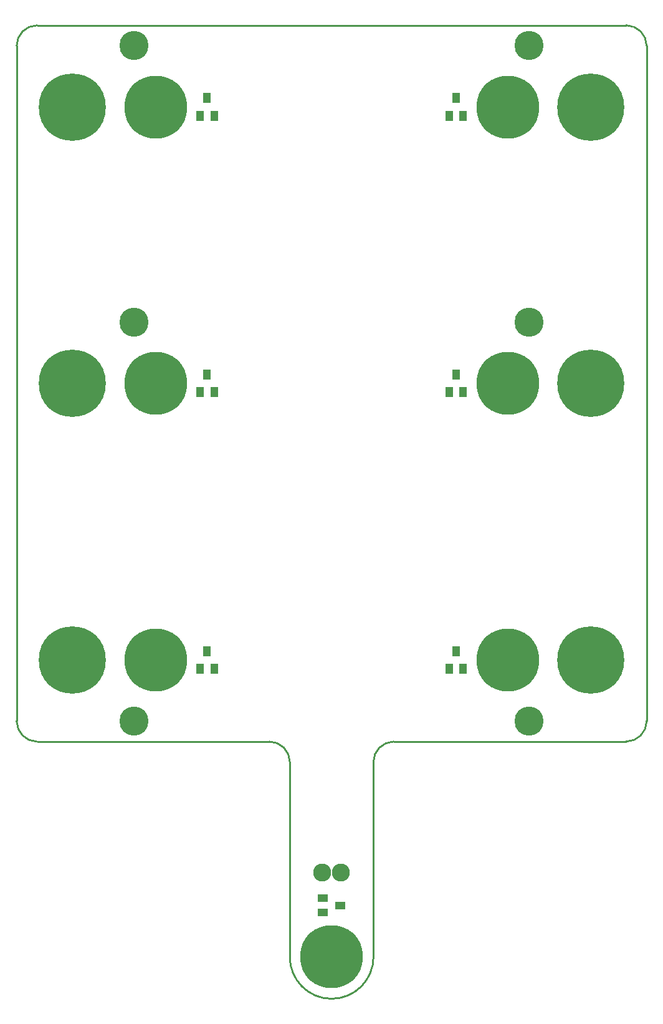
<source format=gbs>
G04 #@! TF.FileFunction,Soldermask,Bot*
%FSLAX46Y46*%
G04 Gerber Fmt 4.6, Leading zero omitted, Abs format (unit mm)*
G04 Created by KiCad (PCBNEW 0.201505120158+5650~23~ubuntu14.04.1-product) date Mon 18 May 2015 03:52:25 PM EDT*
%MOMM*%
G01*
G04 APERTURE LIST*
%ADD10C,0.100000*%
%ADD11C,0.228600*%
%ADD12R,1.101040X1.400760*%
%ADD13R,1.400760X1.101040*%
%ADD14C,9.112200*%
%ADD15C,8.528000*%
%ADD16C,3.956000*%
%ADD17C,2.438400*%
G04 APERTURE END LIST*
D10*
D11*
X87914480Y-151958040D02*
G75*
G03X99283520Y-151958040I5684520J0D01*
G01*
X99283520Y-125483620D02*
X99283520Y-151958040D01*
X87917020Y-125483620D02*
X87917020Y-151958040D01*
X102064820Y-122702320D02*
G75*
G03X99283520Y-125483620I0J-2781300D01*
G01*
X87917020Y-125483620D02*
G75*
G03X85135720Y-122702320I-2781300J0D01*
G01*
X102064820Y-122702320D02*
X133619240Y-122702320D01*
X53581300Y-122702320D02*
X85135720Y-122702320D01*
X53581300Y-25400000D02*
G75*
G03X50800000Y-28181300I0J-2781300D01*
G01*
X133619240Y-122702320D02*
G75*
G03X136400540Y-119921020I0J2781300D01*
G01*
X136400540Y-28181300D02*
X136400540Y-119921020D01*
X50800000Y-119921020D02*
G75*
G03X53581300Y-122702320I2781300J0D01*
G01*
X50800000Y-28181300D02*
X50800000Y-119921020D01*
X136400540Y-28181300D02*
G75*
G03X133619240Y-25400000I-2781300J0D01*
G01*
X53581300Y-25400000D02*
X133619240Y-25400000D01*
D12*
X77622360Y-112811880D03*
X75722440Y-112811880D03*
X76672400Y-110414120D03*
X77622360Y-75250080D03*
X75722440Y-75250080D03*
X76672400Y-72852320D03*
X77622360Y-37688480D03*
X75722440Y-37688480D03*
X76672400Y-35290720D03*
X111477960Y-112811880D03*
X109578040Y-112811880D03*
X110528000Y-110414120D03*
X111477960Y-75250080D03*
X109578040Y-75250080D03*
X110528000Y-72852320D03*
X111477960Y-37688480D03*
X109578040Y-37688480D03*
X110528000Y-35290720D03*
D13*
X92400120Y-145902960D03*
X92400120Y-144003040D03*
X94797880Y-144953000D03*
D14*
X128816000Y-111613000D03*
X128816000Y-74051200D03*
X128816000Y-36489600D03*
X58384400Y-111613000D03*
X58384400Y-74051200D03*
X58384400Y-36489600D03*
D15*
X69667100Y-36489600D03*
X117533000Y-36489600D03*
X69667100Y-74051200D03*
X117533000Y-74051200D03*
X69667100Y-111613000D03*
X117533000Y-111613000D03*
X93599000Y-151958000D03*
D16*
X120434000Y-119921000D03*
X66763900Y-119921000D03*
X120434000Y-65742800D03*
X66763900Y-65742800D03*
X120434000Y-28181300D03*
X66763900Y-28181300D03*
D17*
X94869000Y-140503000D03*
X92329000Y-140503000D03*
M02*

</source>
